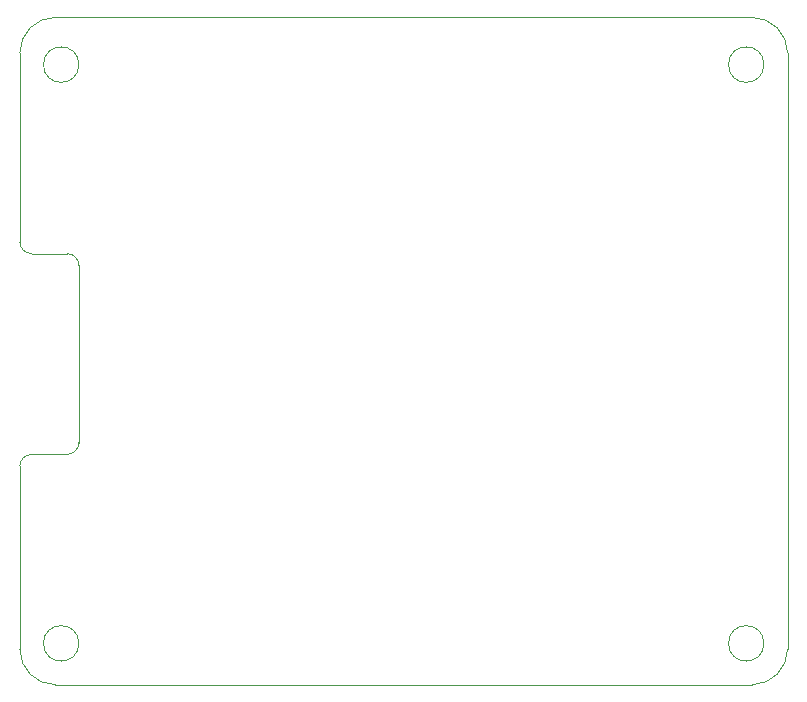
<source format=gbr>
%TF.GenerationSoftware,KiCad,Pcbnew,9.0.3*%
%TF.CreationDate,2025-08-29T17:44:56+02:00*%
%TF.ProjectId,RadioHAT,52616469-6f48-4415-942e-6b696361645f,rev?*%
%TF.SameCoordinates,Original*%
%TF.FileFunction,Profile,NP*%
%FSLAX46Y46*%
G04 Gerber Fmt 4.6, Leading zero omitted, Abs format (unit mm)*
G04 Created by KiCad (PCBNEW 9.0.3) date 2025-08-29 17:44:56*
%MOMM*%
%LPD*%
G01*
G04 APERTURE LIST*
%TA.AperFunction,Profile*%
%ADD10C,0.100000*%
%TD*%
%TA.AperFunction,Profile*%
%ADD11C,0.050000*%
%TD*%
G04 APERTURE END LIST*
D10*
%TO.C,J1*%
X107500000Y-73250000D02*
X107500000Y-89250000D01*
X107500000Y-108250000D02*
X107500000Y-123750000D01*
X108500000Y-90250000D02*
X111500000Y-90250000D01*
X108500000Y-107250000D02*
X111500000Y-107250000D01*
X110500000Y-70250000D02*
X169500000Y-70250000D01*
X110500000Y-126750000D02*
X169500000Y-126750000D01*
X112500000Y-91250000D02*
X112500000Y-106250000D01*
X172500000Y-73250000D02*
X172500000Y-123750000D01*
X107500000Y-73250000D02*
G75*
G02*
X110500000Y-70250000I3000001J-1D01*
G01*
X107500000Y-108250000D02*
G75*
G02*
X108500000Y-107250000I999999J1D01*
G01*
X108500000Y-90250000D02*
G75*
G02*
X107500000Y-89250000I-1J999999D01*
G01*
X110500000Y-126750000D02*
G75*
G02*
X107500000Y-123750000I1J3000001D01*
G01*
X111500000Y-90250000D02*
G75*
G02*
X112500000Y-91250000I1J-999999D01*
G01*
X112500000Y-106250000D02*
G75*
G02*
X111500000Y-107250000I-999999J-1D01*
G01*
X169500000Y-70250000D02*
G75*
G02*
X172500000Y-73250000I0J-3000000D01*
G01*
X172500000Y-123750000D02*
G75*
G02*
X169500000Y-126750000I-3000000J0D01*
G01*
D11*
X112500001Y-74250000D02*
G75*
G02*
X109499999Y-74250000I-1500001J0D01*
G01*
X109499999Y-74250000D02*
G75*
G02*
X112500001Y-74250000I1500001J0D01*
G01*
X112500001Y-123250000D02*
G75*
G02*
X109499999Y-123250000I-1500001J0D01*
G01*
X109499999Y-123250000D02*
G75*
G02*
X112500001Y-123250000I1500001J0D01*
G01*
X170500001Y-74250000D02*
G75*
G02*
X167499999Y-74250000I-1500001J0D01*
G01*
X167499999Y-74250000D02*
G75*
G02*
X170500001Y-74250000I1500001J0D01*
G01*
X170500001Y-123250000D02*
G75*
G02*
X167499999Y-123250000I-1500001J0D01*
G01*
X167499999Y-123250000D02*
G75*
G02*
X170500001Y-123250000I1500001J0D01*
G01*
%TD*%
M02*

</source>
